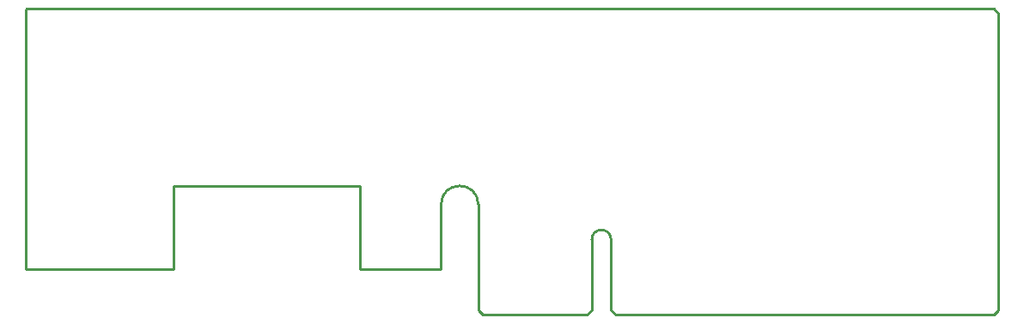
<source format=gko>
G04 Layer: BoardOutline*
G04 EasyEDA v6.4.25, 2021-10-11T08:22:16+08:00*
G04 810a2c9a40b449618898816b7f75cef1,119f753a6ce64b8d841f2ad33262ab0c,10*
G04 Gerber Generator version 0.2*
G04 Scale: 100 percent, Rotated: No, Reflected: No *
G04 Dimensions in millimeters *
G04 leading zeros omitted , absolute positions ,4 integer and 5 decimal *
%FSLAX45Y45*%
%MOMM*%

%ADD10C,0.2540*%
D10*
X9709988Y-12319965D02*
G01*
X7984972Y-12319965D01*
X7975600Y-12329337D01*
X7975600Y-14894966D01*
X9434982Y-14894966D01*
X9434982Y-14069974D01*
X11269980Y-14069974D01*
X11269980Y-14894966D01*
X12069978Y-14894966D01*
X12069978Y-14252473D01*
X11674868Y-12319965D02*
G01*
X16332200Y-12319965D01*
X11465666Y-12319965D02*
G01*
X11724744Y-12319965D01*
X13744981Y-14599970D02*
G01*
X13744981Y-15294965D01*
X13794968Y-15344978D01*
X17514976Y-15344978D01*
X17564963Y-15294965D01*
X17564963Y-14504974D01*
X13554963Y-14599970D02*
G01*
X13554963Y-15294965D01*
X13504976Y-15344978D01*
X12484963Y-15344978D01*
X12434976Y-15294965D01*
X12434976Y-14504974D01*
X9709988Y-12319965D02*
G01*
X11504978Y-12319965D01*
X16289959Y-12319965D02*
G01*
X17514976Y-12319965D01*
X17564963Y-12369977D01*
X17564963Y-14504974D01*
X12434976Y-14252473D02*
G01*
X12434976Y-14504974D01*
G75*
G01*
X12434976Y-14252473D02*
G03*
X12069978Y-14252473I-182499J0D01*
G75*
G01*
X13744981Y-14599971D02*
G03*
X13554964Y-14599971I-95008J0D01*

%LPD*%
M02*

</source>
